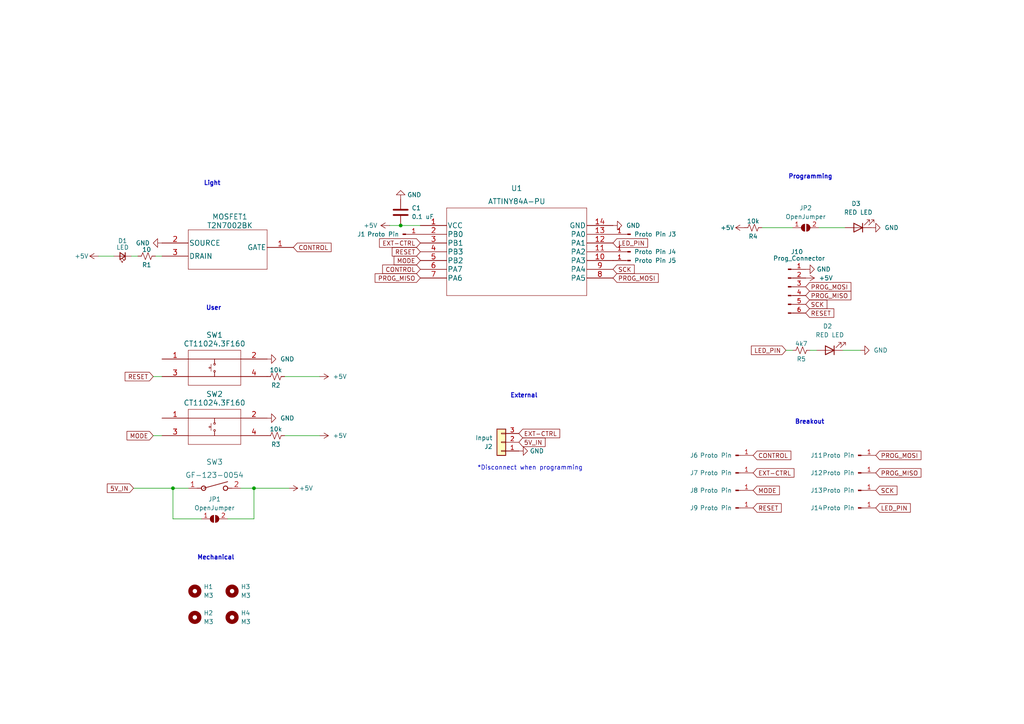
<source format=kicad_sch>
(kicad_sch (version 20211123) (generator eeschema)
  (paper "A4")
  (title_block (title "Drone Lights") (rev "A") (company "Designer: Sonia Wong"))
  (lib_symbols
    (symbol "ATTINY84A-PU:ATTINY84A-PU" (pin_names (offset 0.254))
      (property "Reference" "U" (at 27.94 10.16 0))
      (property "Value" "ATTINY84A-PU" (at 27.94 7.62 0))
      (symbol "ATTINY84A-PU_1_1"
        (polyline (pts (xy 7.62 -20.32) (xy 48.26 -20.32)) (stroke (width 0.127)))
        (polyline (pts (xy 7.62 5.08) (xy 7.62 -20.32)) (stroke (width 0.127)))
        (polyline (pts (xy 48.26 -20.32) (xy 48.26 5.08)) (stroke (width 0.127)))
        (polyline (pts (xy 48.26 5.08) (xy 7.62 5.08)) (stroke (width 0.127)))
        (pin power_in line (at 0 0 0) (length 7.62) (name "VCC") (number "1"))
        (pin bidirectional line (at 55.88 -10.16 180) (length 7.62) (name "PA3") (number "10"))
        (pin bidirectional line (at 55.88 -7.62 180) (length 7.62) (name "PA2") (number "11"))
        (pin bidirectional line (at 55.88 -5.08 180) (length 7.62) (name "PA1") (number "12"))
        (pin bidirectional line (at 55.88 -2.54 180) (length 7.62) (name "PA0") (number "13"))
        (pin power_in line (at 55.88 0 180) (length 7.62) (name "GND") (number "14"))
        (pin bidirectional line (at 0 -2.54 0) (length 7.62) (name "PB0") (number "2"))
        (pin bidirectional line (at 0 -5.08 0) (length 7.62) (name "PB1") (number "3"))
        (pin bidirectional line (at 0 -7.62 0) (length 7.62) (name "PB3") (number "4"))
        (pin bidirectional line (at 0 -10.16 0) (length 7.62) (name "PB2") (number "5"))
        (pin bidirectional line (at 0 -12.7 0) (length 7.62) (name "PA7") (number "6"))
        (pin bidirectional line (at 0 -15.24 0) (length 7.62) (name "PA6") (number "7"))
        (pin bidirectional line (at 55.88 -15.24 180) (length 7.62) (name "PA5") (number "8"))
        (pin bidirectional line (at 55.88 -12.7 180) (length 7.62) (name "PA4") (number "9"))
      )
    )
    (symbol "Connector:Conn_01x01_Male" (pin_names (offset 1.016) hide)
      (property "Reference" "J" (at 0 2.54 0))
      (property "Value" "Conn_01x01_Male" (at 0 -2.54 0))
      (symbol "Conn_01x01_Male_1_1"
        (polyline (pts (xy 1.27 0) (xy 0.8636 0)) (stroke (width 0.1524)))
        (rectangle (start 0.8636 0.127) (end 0 -0.127) (stroke (width 0.1524)) (fill (type outline)))
        (pin passive line (at 5.08 0 180) (length 3.81) (name "Pin_1") (number "1"))
      )
    )
    (symbol "Connector:Conn_01x06_Male" (pin_names (offset 1.016) hide)
      (property "Reference" "J" (at 0 7.62 0))
      (property "Value" "Conn_01x06_Male" (at 0 -10.16 0))
      (symbol "Conn_01x06_Male_1_1"
        (polyline (pts (xy 1.27 -7.62) (xy 0.8636 -7.62)) (stroke (width 0.1524)))
        (polyline (pts (xy 1.27 -5.08) (xy 0.8636 -5.08)) (stroke (width 0.1524)))
        (polyline (pts (xy 1.27 -2.54) (xy 0.8636 -2.54)) (stroke (width 0.1524)))
        (polyline (pts (xy 1.27 0) (xy 0.8636 0)) (stroke (width 0.1524)))
        (polyline (pts (xy 1.27 2.54) (xy 0.8636 2.54)) (stroke (width 0.1524)))
        (polyline (pts (xy 1.27 5.08) (xy 0.8636 5.08)) (stroke (width 0.1524)))
        (rectangle (start 0.8636 -7.493) (end 0 -7.747) (stroke (width 0.1524)) (fill (type outline)))
        (rectangle (start 0.8636 -4.953) (end 0 -5.207) (stroke (width 0.1524)) (fill (type outline)))
        (rectangle (start 0.8636 -2.413) (end 0 -2.667) (stroke (width 0.1524)) (fill (type outline)))
        (rectangle (start 0.8636 0.127) (end 0 -0.127) (stroke (width 0.1524)) (fill (type outline)))
        (rectangle (start 0.8636 2.667) (end 0 2.413) (stroke (width 0.1524)) (fill (type outline)))
        (rectangle (start 0.8636 5.207) (end 0 4.953) (stroke (width 0.1524)) (fill (type outline)))
        (pin passive line (at 5.08 5.08 180) (length 3.81) (name "Pin_1") (number "1"))
        (pin passive line (at 5.08 2.54 180) (length 3.81) (name "Pin_2") (number "2"))
        (pin passive line (at 5.08 0 180) (length 3.81) (name "Pin_3") (number "3"))
        (pin passive line (at 5.08 -2.54 180) (length 3.81) (name "Pin_4") (number "4"))
        (pin passive line (at 5.08 -5.08 180) (length 3.81) (name "Pin_5") (number "5"))
        (pin passive line (at 5.08 -7.62 180) (length 3.81) (name "Pin_6") (number "6"))
      )
    )
    (symbol "Connector_Generic:Conn_01x03" (pin_names (offset 1.016) hide)
      (property "Reference" "J" (at 0 5.08 0))
      (property "Value" "Conn_01x03" (at 0 -5.08 0))
      (symbol "Conn_01x03_1_1"
        (rectangle (start -1.27 -2.413) (end 0 -2.667) (stroke (width 0.1524)))
        (rectangle (start -1.27 0.127) (end 0 -0.127) (stroke (width 0.1524)))
        (rectangle (start -1.27 2.667) (end 0 2.413) (stroke (width 0.1524)))
        (rectangle (start -1.27 3.81) (end 1.27 -3.81) (stroke (width 0.254)) (fill (type background)))
        (pin passive line (at -5.08 2.54 0) (length 3.81) (name "Pin_1") (number "1"))
        (pin passive line (at -5.08 0 0) (length 3.81) (name "Pin_2") (number "2"))
        (pin passive line (at -5.08 -2.54 0) (length 3.81) (name "Pin_3") (number "3"))
      )
    )
    (symbol "Device:C" (pin_numbers hide) (pin_names (offset 0.254))
      (property "Reference" "C" (at 0.635 2.54 0))
      (property "Value" "C" (at 0.635 -2.54 0))
      (symbol "C_0_1"
        (polyline (pts (xy -2.032 -0.762) (xy 2.032 -0.762)) (stroke (width 0.508)))
        (polyline (pts (xy -2.032 0.762) (xy 2.032 0.762)) (stroke (width 0.508)))
      )
      (symbol "C_1_1"
        (pin passive line (at 0 3.81 270) (length 2.794) (name "~") (number "1"))
        (pin passive line (at 0 -3.81 90) (length 2.794) (name "~") (number "2"))
      )
    )
    (symbol "Device:LED" (pin_numbers hide) (pin_names (offset 1.016) hide)
      (property "Reference" "D" (at 0 2.54 0))
      (property "Value" "LED" (at 0 -2.54 0))
      (symbol "LED_0_1"
        (polyline (pts (xy -1.27 -1.27) (xy -1.27 1.27)) (stroke (width 0.254)))
        (polyline (pts (xy -1.27 0) (xy 1.27 0)))
        (polyline (pts (xy 1.27 -1.27) (xy 1.27 1.27) (xy -1.27 0) (xy 1.27 -1.27)) (stroke (width 0.254)))
        (polyline (pts (xy -3.048 -0.762) (xy -4.572 -2.286) (xy -3.81 -2.286) (xy -4.572 -2.286) (xy -4.572 -1.524)))
        (polyline (pts (xy -1.778 -0.762) (xy -3.302 -2.286) (xy -2.54 -2.286) (xy -3.302 -2.286) (xy -3.302 -1.524)))
      )
      (symbol "LED_1_1"
        (pin passive line (at -3.81 0 0) (length 2.54) (name "K") (number "1"))
        (pin passive line (at 3.81 0 180) (length 2.54) (name "A") (number "2"))
      )
    )
    (symbol "Device:LED_Small" (pin_numbers hide) (pin_names (offset 0.254) hide)
      (property "Reference" "D" (at -1.27 3.175 0))
      (property "Value" "LED_Small" (at -4.445 -2.54 0))
      (symbol "LED_Small_0_1"
        (polyline (pts (xy -0.762 -1.016) (xy -0.762 1.016)) (stroke (width 0.254)))
        (polyline (pts (xy 1.016 0) (xy -0.762 0)))
        (polyline (pts (xy 0.762 -1.016) (xy -0.762 0) (xy 0.762 1.016) (xy 0.762 -1.016)) (stroke (width 0.254)))
        (polyline (pts (xy 0 0.762) (xy -0.508 1.27) (xy -0.254 1.27) (xy -0.508 1.27) (xy -0.508 1.016)))
        (polyline (pts (xy 0.508 1.27) (xy 0 1.778) (xy 0.254 1.778) (xy 0 1.778) (xy 0 1.524)))
      )
      (symbol "LED_Small_1_1"
        (pin passive line (at -2.54 0 0) (length 1.778) (name "K") (number "1"))
        (pin passive line (at 2.54 0 180) (length 1.778) (name "A") (number "2"))
      )
    )
    (symbol "Device:R_Small_US" (pin_numbers hide) (pin_names (offset 0.254) hide)
      (property "Reference" "R" (at 0.762 0.508 0))
      (property "Value" "R_Small_US" (at 0.762 -1.016 0))
      (symbol "R_Small_US_1_1"
        (polyline (pts (xy 0 0) (xy 1.016 -0.381) (xy 0 -0.762) (xy -1.016 -1.143) (xy 0 -1.524)))
        (polyline (pts (xy 0 1.524) (xy 1.016 1.143) (xy 0 0.762) (xy -1.016 0.381) (xy 0 0)))
        (pin passive line (at 0 2.54 270) (length 1.016) (name "~") (number "1"))
        (pin passive line (at 0 -2.54 90) (length 1.016) (name "~") (number "2"))
      )
    )
    (symbol "GF-123-0054 Switch:GF-123-0054" (pin_names (offset -1.905) hide)
      (property "Reference" "SW" (at 0 3.81 0))
      (property "Value" "GF-123-0054" (at 0 -3.175 0))
      (symbol "GF-123-0054_1_1"
        (circle (center -3.175 0) (radius 0.635) (stroke (width 0.254)))
        (polyline (pts (xy -5.08 0) (xy -3.81 0)) (stroke (width 0.2032)))
        (polyline (pts (xy -3.175 0) (xy 3.81 1.905)) (stroke (width 0.2032)))
        (polyline (pts (xy 5.08 0) (xy 3.81 0)) (stroke (width 0.2032)))
        (circle (center 3.175 0) (radius 0.635) (stroke (width 0.254)))
        (pin unspecified line (at -7.62 0 0) (length 2.54) (name "1") (number "1"))
        (pin unspecified line (at 7.62 0 180) (length 2.54) (name "2") (number "2"))
      )
    )
    (symbol "Jumper:SolderJumper_2_Open" (pin_names (offset 0) hide)
      (property "Reference" "JP" (at 0 2.032 0))
      (property "Value" "SolderJumper_2_Open" (at 0 -2.54 0))
      (symbol "SolderJumper_2_Open_0_1"
        (arc (start -0.254 1.016) (mid -1.27 0) (end -0.254 -1.016))
        (arc (start -0.254 1.016) (mid -1.27 0) (end -0.254 -1.016) (fill (type outline)))
        (polyline (pts (xy -0.254 1.016) (xy -0.254 -1.016)))
        (polyline (pts (xy 0.254 1.016) (xy 0.254 -1.016)))
        (arc (start 0.254 -1.016) (mid 1.27 0) (end 0.254 1.016))
        (arc (start 0.254 -1.016) (mid 1.27 0) (end 0.254 1.016) (fill (type outline)))
      )
      (symbol "SolderJumper_2_Open_1_1"
        (pin passive line (at -3.81 0 0) (length 2.54) (name "A") (number "1"))
        (pin passive line (at 3.81 0 180) (length 2.54) (name "B") (number "2"))
      )
    )
    (symbol "Mechanical:MountingHole" (pin_names (offset 1.016))
      (property "Reference" "H" (at 0 5.08 0))
      (property "Value" "MountingHole" (at 0 3.175 0))
      (symbol "MountingHole_0_1"
        (circle (center 0 0) (radius 1.27) (stroke (width 1.27)))
      )
    )
    (symbol "Mosfet:T2N7002BK" (pin_names (offset 0.254))
      (property "Reference" "MOSFET" (at 20.32 6.35 0))
      (property "Value" "T2N7002BK" (at 20.32 3.81 0))
      (symbol "T2N7002BK_1_1"
        (polyline (pts (xy 7.62 -8.89) (xy 30.48 -8.89)) (stroke (width 0.127)))
        (polyline (pts (xy 7.62 2.54) (xy 7.62 -8.89)) (stroke (width 0.127)))
        (polyline (pts (xy 30.48 -8.89) (xy 30.48 2.54)) (stroke (width 0.127)))
        (polyline (pts (xy 30.48 2.54) (xy 7.62 2.54)) (stroke (width 0.127)))
        (pin unspecified line (at 38.1 -2.54 180) (length 7.62) (name "GATE") (number "1"))
        (pin unspecified line (at 0 -1.27 0) (length 7.62) (name "SOURCE") (number "2"))
        (pin unspecified line (at 0 -5.08 0) (length 7.62) (name "DRAIN") (number "3"))
      )
    )
    (symbol "Through Hole Tactile Switch:CT11024.3F160" (pin_names (offset 0) hide)
      (property "Reference" "SW" (at 15.748 7.62 0))
      (property "Value" "CT11024.3F160" (at 15.748 5.08 0))
      (symbol "CT11024.3F160_1_1"
        (polyline (pts (xy 7.62 -7.62) (xy 22.86 -7.62)) (stroke (width 0.127)))
        (polyline (pts (xy 7.62 -5.08) (xy 22.86 -5.08)) (stroke (width 0.127)))
        (polyline (pts (xy 7.62 -5.08) (xy 22.86 -5.08)) (stroke (width 0.127)))
        (polyline (pts (xy 7.62 0) (xy 22.86 0)) (stroke (width 0.127)))
        (polyline (pts (xy 7.62 0) (xy 22.86 0)) (stroke (width 0.127)))
        (polyline (pts (xy 7.62 2.54) (xy 7.62 -7.62)) (stroke (width 0.127)))
        (polyline (pts (xy 14.224 -2.54) (xy 13.462 -2.54)) (stroke (width 0.127)))
        (polyline (pts (xy 14.224 -1.524) (xy 14.224 -3.556)) (stroke (width 0.127)))
        (polyline (pts (xy 15.24 -5.08) (xy 15.24 -3.81)) (stroke (width 0.127)))
        (polyline (pts (xy 15.24 -5.08) (xy 15.24 -3.81)) (stroke (width 0.127)))
        (polyline (pts (xy 15.24 0) (xy 15.24 -1.27)) (stroke (width 0.127)))
        (polyline (pts (xy 15.24 0) (xy 15.24 -1.27)) (stroke (width 0.127)))
        (polyline (pts (xy 22.86 -7.62) (xy 22.86 2.54)) (stroke (width 0.127)))
        (polyline (pts (xy 22.86 2.54) (xy 7.62 2.54)) (stroke (width 0.127)))
        (arc (start 13.716 -2.794) (mid 13.97 -2.54) (end 13.716 -2.286) (stroke (width 0.127)))
        (arc (start 15.24 -3.81) (mid 15.24 -3.302) (end 15.24 -3.81) (stroke (width 0.127)))
        (arc (start 15.24 -3.81) (mid 15.24 -3.302) (end 15.24 -3.81) (stroke (width 0.127)))
        (circle (center 15.24 -3.556) (radius 0.254) (stroke (width 0.127)))
        (circle (center 15.24 -3.556) (radius 0.254) (stroke (width 0.127)))
        (circle (center 15.24 -1.524) (radius 0.254) (stroke (width 0.127)))
        (circle (center 15.24 -1.524) (radius 0.254) (stroke (width 0.127)))
        (arc (start 15.24 -1.27) (mid 15.24 -1.778) (end 15.24 -1.27) (stroke (width 0.127)))
        (arc (start 15.24 -1.27) (mid 15.24 -1.778) (end 15.24 -1.27) (stroke (width 0.127)))
        (pin unspecified line (at 0 0 0) (length 7.62) (name "1") (number "1"))
        (pin unspecified line (at 30.48 0 180) (length 7.62) (name "2") (number "2"))
        (pin unspecified line (at 0 -5.08 0) (length 7.62) (name "3") (number "3"))
        (pin unspecified line (at 30.48 -5.08 180) (length 7.62) (name "4") (number "4"))
      )
    )
    (symbol "power:+5V" (power) (pin_names (offset 0))
      (property "Value" "+5V" (at 0 3.556 0))
      (symbol "+5V_0_1"
        (polyline (pts (xy -0.762 1.27) (xy 0 2.54)))
        (polyline (pts (xy 0 0) (xy 0 2.54)))
        (polyline (pts (xy 0 2.54) (xy 0.762 1.27)))
      )
      (symbol "+5V_1_1"
        (pin power_in line (at 0 0 90) (length 0) hide (name "+5V") (number "1"))
      )
    )
    (symbol "power:GND" (power) (pin_names (offset 0))
      (property "Value" "GND" (at 0 -3.81 0))
      (symbol "GND_0_1"
        (polyline (pts (xy 0 0) (xy 0 -1.27) (xy 1.27 -1.27) (xy 0 -2.54) (xy -1.27 -1.27) (xy 0 -1.27)))
      )
      (symbol "GND_1_1"
        (pin power_in line (at 0 0 270) (length 0) hide (name "GND") (number "1"))
      )
    )
  )
  (junction (at 50.165 141.605))
  (junction (at 73.66 141.605))
  (junction (at 116.205 65.405))
  (wire (pts (xy 116.205 65.405) (xy 121.92 65.405)))
  (wire (pts (xy 50.165 150.495) (xy 58.42 150.495)))
  (wire (pts (xy 227.965 101.6) (xy 229.87 101.6)))
  (wire (pts (xy 45.085 74.295) (xy 46.99 74.295)))
  (wire (pts (xy 38.735 141.605) (xy 50.165 141.605)))
  (wire (pts (xy 73.66 141.605) (xy 83.82 141.605)))
  (wire (pts (xy 245.11 66.04) (xy 237.49 66.04)))
  (wire (pts (xy 44.45 109.22) (xy 46.99 109.22)))
  (wire (pts (xy 113.03 65.405) (xy 116.205 65.405)))
  (wire (pts (xy 73.66 150.495) (xy 73.66 141.605)))
  (wire (pts (xy 82.55 126.365) (xy 92.71 126.365)))
  (wire (pts (xy 66.04 150.495) (xy 73.66 150.495)))
  (wire (pts (xy 28.575 74.295) (xy 33.02 74.295)))
  (wire (pts (xy 220.98 66.04) (xy 229.87 66.04)))
  (wire (pts (xy 69.85 141.605) (xy 73.66 141.605)))
  (wire (pts (xy 50.165 141.605) (xy 50.165 150.495)))
  (wire (pts (xy 44.45 126.365) (xy 46.99 126.365)))
  (wire (pts (xy 82.55 109.22) (xy 92.71 109.22)))
  (wire (pts (xy 50.165 141.605) (xy 54.61 141.605)))
  (wire (pts (xy 249.555 101.6) (xy 244.475 101.6)))
  (wire (pts (xy 236.855 101.6) (xy 234.95 101.6)))
  (wire (pts (xy 38.1 74.295) (xy 40.005 74.295)))
  (text "Programming" (at 228.6 52.07 0) (effects (font (size 1.27 1.27) (thickness 0.254) bold) (justify left bottom)))
  (text "User" (at 59.69 90.17 0) (effects (font (size 1.27 1.27) (thickness 0.254) bold) (justify left bottom)))
  (text "External" (at 147.955 115.57 0) (effects (font (size 1.27 1.27) (thickness 0.254) bold) (justify left bottom)))
  (text "Light" (at 59.055 53.975 0) (effects (font (size 1.27 1.27) (thickness 0.254) bold) (justify left bottom)))
  (text "*Disconnect when programming" (at 138.43 136.525 0) (effects (font (size 1.27 1.27)) (justify left bottom)))
  (text "Mechanical" (at 57.15 162.56 0) (effects (font (size 1.27 1.27) (thickness 0.254) bold) (justify left bottom)))
  (text "Breakout" (at 230.505 123.19 0) (effects (font (size 1.27 1.27) (thickness 0.254) bold) (justify left bottom)))
  (global_label "MODE" (shape input) (at 218.44 142.24 0) (property "Intersheet References" "${INTERSHEET_REFS}" (effects hide)))
  (global_label "RESET" (shape input) (at 121.92 73.025 180) (property "Intersheet References" "${INTERSHEET_REFS}" (effects hide)))
  (global_label "RESET" (shape input) (at 218.44 147.32 0) (property "Intersheet References" "${INTERSHEET_REFS}" (effects hide)))
  (global_label "RESET" (shape input) (at 233.68 90.805 0) (property "Intersheet References" "${INTERSHEET_REFS}" (effects hide)))
  (global_label "PROG_MOSI" (shape input) (at 177.8 80.645 0) (property "Intersheet References" "${INTERSHEET_REFS}" (effects hide)))
  (global_label "MODE" (shape input) (at 44.45 126.365 180) (property "Intersheet References" "${INTERSHEET_REFS}" (effects hide)))
  (global_label "PROG_MISO" (shape input) (at 121.92 80.645 180) (property "Intersheet References" "${INTERSHEET_REFS}" (effects hide)))
  (global_label "PROG_MOSI" (shape input) (at 233.68 83.185 0) (property "Intersheet References" "${INTERSHEET_REFS}" (effects hide)))
  (global_label "SCK" (shape input) (at 233.68 88.265 0) (property "Intersheet References" "${INTERSHEET_REFS}" (effects hide)))
  (global_label "5V_IN" (shape input) (at 150.495 128.27 0) (property "Intersheet References" "${INTERSHEET_REFS}" (effects hide)))
  (global_label "EXT-CTRL" (shape input) (at 121.92 70.485 180) (property "Intersheet References" "${INTERSHEET_REFS}" (effects hide)))
  (global_label "PROG_MOSI" (shape input) (at 254 132.08 0) (property "Intersheet References" "${INTERSHEET_REFS}" (effects hide)))
  (global_label "SCK" (shape input) (at 177.8 78.105 0) (property "Intersheet References" "${INTERSHEET_REFS}" (effects hide)))
  (global_label "MODE" (shape input) (at 121.92 75.565 180) (property "Intersheet References" "${INTERSHEET_REFS}" (effects hide)))
  (global_label "EXT-CTRL" (shape input) (at 150.495 125.73 0) (property "Intersheet References" "${INTERSHEET_REFS}" (effects hide)))
  (global_label "PROG_MISO" (shape input) (at 233.68 85.725 0) (property "Intersheet References" "${INTERSHEET_REFS}" (effects hide)))
  (global_label "EXT-CTRL" (shape input) (at 218.44 137.16 0) (property "Intersheet References" "${INTERSHEET_REFS}" (effects hide)))
  (global_label "5V_IN" (shape input) (at 38.735 141.605 180) (property "Intersheet References" "${INTERSHEET_REFS}" (effects hide)))
  (global_label "CONTROL" (shape input) (at 218.44 132.08 0) (property "Intersheet References" "${INTERSHEET_REFS}" (effects hide)))
  (global_label "LED_PIN" (shape input) (at 227.965 101.6 180) (property "Intersheet References" "${INTERSHEET_REFS}" (effects hide)))
  (global_label "LED_PIN" (shape input) (at 254 147.32 0) (property "Intersheet References" "${INTERSHEET_REFS}" (effects hide)))
  (global_label "LED_PIN" (shape input) (at 177.8 70.485 0) (property "Intersheet References" "${INTERSHEET_REFS}" (effects hide)))
  (global_label "PROG_MISO" (shape input) (at 254 137.16 0) (property "Intersheet References" "${INTERSHEET_REFS}" (effects hide)))
  (global_label "CONTROL" (shape input) (at 121.92 78.105 180) (property "Intersheet References" "${INTERSHEET_REFS}" (effects hide)))
  (global_label "RESET" (shape input) (at 44.45 109.22 180) (property "Intersheet References" "${INTERSHEET_REFS}" (effects hide)))
  (global_label "CONTROL" (shape input) (at 85.09 71.755 0) (property "Intersheet References" "${INTERSHEET_REFS}" (effects hide)))
  (global_label "SCK" (shape input) (at 254 142.24 0) (property "Intersheet References" "${INTERSHEET_REFS}" (effects hide)))
  (symbol (lib_id "Connector:Conn_01x01_Male") (at 248.92 142.24 0) (unit 1)
    (property "Reference" "J13" (at 236.855 142.24 0))
    (property "Value" "Proto Pin" (at 243.205 142.24 0))
    (property "Footprint" "Connector_Pin:Pin_D1.0mm_L10.0mm" (effects hide))
  )
  (symbol (lib_id "Mechanical:MountingHole") (at 67.31 171.45 0) (unit 1)
    (property "Reference" "H3" (at 69.85 170.1799 0) (effects (justify left)))
    (property "Value" "M3" (at 69.85 172.7199 0) (effects (justify left)))
    (property "Footprint" "MountingHole:MountingHole_3.2mm_M3" (effects hide))
  )
  (symbol (lib_id "Connector:Conn_01x01_Male") (at 248.92 132.08 0) (unit 1)
    (property "Reference" "J11" (at 236.855 132.08 0))
    (property "Value" "Proto Pin" (at 243.205 132.08 0))
    (property "Footprint" "Connector_Pin:Pin_D1.0mm_L10.0mm" (effects hide))
  )
  (symbol (lib_id "Connector:Conn_01x01_Male") (at 116.84 67.945 0) (unit 1)
    (property "Reference" "J1" (at 104.775 67.945 0))
    (property "Value" "Proto Pin" (at 111.125 67.945 0))
    (property "Footprint" "Connector_Pin:Pin_D1.0mm_L10.0mm" (effects hide))
  )
  (symbol (lib_id "Device:LED_Small") (at 35.56 74.295 180) (unit 1)
    (property "Reference" "D1" (at 35.56 69.85 0))
    (property "Value" "LED" (at 35.56 71.755 0))
    (property "Footprint" "XLAMP:XLAMP_LED_XPE2" (effects hide))
  )
  (symbol (lib_id "power:GND") (at 116.205 57.785 180) (unit 1)
    (property "Reference" "#PWR09" (effects hide))
    (property "Value" "GND" (at 118.11 56.5149 0) (effects (justify right)))
  )
  (symbol (lib_id "Connector:Conn_01x01_Male") (at 213.36 142.24 0) (unit 1)
    (property "Reference" "J8" (at 201.295 142.24 0))
    (property "Value" "Proto Pin" (at 207.645 142.24 0))
    (property "Footprint" "Connector_Pin:Pin_D1.0mm_L10.0mm" (effects hide))
  )
  (symbol (lib_id "Connector:Conn_01x06_Male") (at 228.6 83.185 0) (unit 1)
    (property "Reference" "J10" (at 231.14 73.025 0))
    (property "Value" "Prog_Connector" (at 231.775 74.93 0))
    (property "Footprint" "Connector_PinHeader_2.54mm:PinHeader_1x06_P2.54mm_Vertical" (effects hide))
  )
  (symbol (lib_id "power:GND") (at 46.99 70.485 270) (unit 1)
    (property "Reference" "#PWR02" (effects hide))
    (property "Value" "GND" (at 39.37 70.485 90) (effects (justify left)))
  )
  (symbol (lib_id "power:GND") (at 252.73 66.04 90) (unit 1)
    (property "Reference" "#PWR016" (effects hide))
    (property "Value" "GND" (at 256.54 66.0399 90) (effects (justify right)))
  )
  (symbol (lib_id "Mosfet:T2N7002BK") (at 46.99 69.215 0) (unit 1)
    (property "Reference" "MOSFET1" (at 66.675 62.865 0) (effects (font (size 1.524 1.524))))
    (property "Value" "T2N7002BK" (at 66.675 65.405 0) (effects (font (size 1.524 1.524))))
    (property "Footprint" "T2N7002BK:T2N7002BK" (effects hide))
  )
  (symbol (lib_id "Device:R_Small_US") (at 42.545 74.295 90) (unit 1)
    (property "Reference" "R1" (at 42.545 76.835 90))
    (property "Value" "10" (at 42.545 72.39 90))
    (property "Footprint" "Resistor_SMD:R_0603_1608Metric_Pad0.98x0.95mm_HandSolder" (effects hide))
  )
  (symbol (lib_id "Mechanical:MountingHole") (at 56.515 171.45 0) (unit 1)
    (property "Reference" "H1" (at 59.055 170.1799 0) (effects (justify left)))
    (property "Value" "M3" (at 59.055 172.7199 0) (effects (justify left)))
    (property "Footprint" "MountingHole:MountingHole_3.2mm_M3" (effects hide))
  )
  (symbol (lib_id "Connector:Conn_01x01_Male") (at 213.36 132.08 0) (unit 1)
    (property "Reference" "J6" (at 201.295 132.08 0))
    (property "Value" "Proto Pin" (at 207.645 132.08 0))
    (property "Footprint" "Connector_Pin:Pin_D1.0mm_L10.0mm" (effects hide))
  )
  (symbol (lib_id "Mechanical:MountingHole") (at 67.31 179.07 0) (unit 1)
    (property "Reference" "H4" (at 69.85 177.7999 0) (effects (justify left)))
    (property "Value" "M3" (at 69.85 180.3399 0) (effects (justify left)))
    (property "Footprint" "MountingHole:MountingHole_3.2mm_M3" (effects hide))
  )
  (symbol (lib_id "Connector:Conn_01x01_Male") (at 182.88 73.025 180) (unit 1)
    (property "Reference" "J4" (at 194.945 73.025 0))
    (property "Value" "Proto Pin" (at 188.595 73.025 0))
    (property "Footprint" "Connector_Pin:Pin_D1.0mm_L10.0mm" (effects hide))
  )
  (symbol (lib_id "power:GND") (at 77.47 121.285 90) (unit 1)
    (property "Reference" "#PWR04" (effects hide))
    (property "Value" "GND" (at 81.28 121.2849 90) (effects (justify right)))
  )
  (symbol (lib_id "power:+5V") (at 83.82 141.605 270) (unit 1)
    (property "Reference" "#PWR05" (effects hide))
    (property "Value" "+5V" (at 90.805 141.605 90) (effects (justify right)))
  )
  (symbol (lib_id "power:+5V") (at 233.68 80.645 270) (unit 1)
    (property "Reference" "#PWR014" (effects hide))
    (property "Value" "+5V" (at 237.49 80.6449 90) (effects (justify left)))
  )
  (symbol (lib_id "power:+5V") (at 28.575 74.295 90) (unit 1)
    (property "Reference" "#PWR01" (effects hide))
    (property "Value" "+5V" (at 21.59 74.295 90) (effects (justify right)))
  )
  (symbol (lib_id "power:GND") (at 233.68 78.105 90) (unit 1)
    (property "Reference" "#PWR013" (effects hide))
    (property "Value" "GND" (at 236.855 78.1049 90) (effects (justify right)))
  )
  (symbol (lib_id "Device:R_Small_US") (at 218.44 66.04 90) (unit 1)
    (property "Reference" "R4" (at 218.44 68.58 90))
    (property "Value" "10k" (at 218.44 64.135 90))
    (property "Footprint" "Resistor_SMD:R_0603_1608Metric_Pad0.98x0.95mm_HandSolder" (effects hide))
  )
  (symbol (lib_id "power:GND") (at 177.8 65.405 90) (unit 1)
    (property "Reference" "#PWR011" (effects hide))
    (property "Value" "GND" (at 181.61 65.4049 90) (effects (justify right)))
  )
  (symbol (lib_id "Jumper:SolderJumper_2_Open") (at 233.68 66.04 0) (unit 1)
    (property "Reference" "JP2" (at 233.68 60.325 0))
    (property "Value" "OpenJumper" (at 233.68 62.865 0))
    (property "Footprint" "Jumper:SolderJumper-2_P1.3mm_Open_RoundedPad1.0x1.5mm" (effects hide))
  )
  (symbol (lib_id "Connector:Conn_01x01_Male") (at 182.88 75.565 180) (unit 1)
    (property "Reference" "J5" (at 194.945 75.565 0))
    (property "Value" "Proto Pin" (at 188.595 75.565 0))
    (property "Footprint" "Connector_Pin:Pin_D1.0mm_L10.0mm" (effects hide))
  )
  (symbol (lib_id "Connector:Conn_01x01_Male") (at 213.36 147.32 0) (unit 1)
    (property "Reference" "J9" (at 201.295 147.32 0))
    (property "Value" "Proto Pin" (at 207.645 147.32 0))
    (property "Footprint" "Connector_Pin:Pin_D1.0mm_L10.0mm" (effects hide))
  )
  (symbol (lib_id "Connector:Conn_01x01_Male") (at 213.36 137.16 0) (unit 1)
    (property "Reference" "J7" (at 201.295 137.16 0))
    (property "Value" "Proto Pin" (at 207.645 137.16 0))
    (property "Footprint" "Connector_Pin:Pin_D1.0mm_L10.0mm" (effects hide))
  )
  (symbol (lib_id "Connector:Conn_01x01_Male") (at 182.88 67.945 180) (unit 1)
    (property "Reference" "J3" (at 194.945 67.945 0))
    (property "Value" "Proto Pin" (at 188.595 67.945 0))
    (property "Footprint" "Connector_Pin:Pin_D1.0mm_L10.0mm" (effects hide))
  )
  (symbol (lib_id "Jumper:SolderJumper_2_Open") (at 62.23 150.495 0) (unit 1)
    (property "Reference" "JP1" (at 62.23 144.78 0))
    (property "Value" "OpenJumper" (at 62.23 147.32 0))
    (property "Footprint" "Jumper:SolderJumper-2_P1.3mm_Open_RoundedPad1.0x1.5mm" (effects hide))
  )
  (symbol (lib_id "power:GND") (at 249.555 101.6 90) (unit 1)
    (property "Reference" "#PWR015" (effects hide))
    (property "Value" "GND" (at 253.365 101.5999 90) (effects (justify right)))
  )
  (symbol (lib_id "power:+5V") (at 113.03 65.405 90) (unit 1)
    (property "Reference" "#PWR08" (effects hide))
    (property "Value" "+5V" (at 105.41 65.405 90) (effects (justify right)))
  )
  (symbol (lib_id "Device:C") (at 116.205 61.595 180) (unit 1)
    (property "Reference" "C1" (at 119.38 60.3249 0) (effects (justify right)))
    (property "Value" "0.1 uF" (at 119.38 62.8649 0) (effects (justify right)))
    (property "Footprint" "Capacitor_SMD:C_0603_1608Metric_Pad1.08x0.95mm_HandSolder" (effects hide))
  )
  (symbol (lib_id "Through Hole Tactile Switch:CT11024.3F160") (at 46.99 121.285 0) (unit 1)
    (property "Reference" "SW2" (at 62.23 114.3 0) (effects (font (size 1.524 1.524))))
    (property "Value" "CT11024.3F160" (at 62.23 116.84 0) (effects (font (size 1.524 1.524))))
    (property "Footprint" "CT11024-3F160:CT11024.3F160" (effects hide))
  )
  (symbol (lib_id "Device:R_Small_US") (at 232.41 101.6 90) (unit 1)
    (property "Reference" "R5" (at 232.41 104.14 90))
    (property "Value" "4k7" (at 232.41 99.695 90))
    (property "Footprint" "Resistor_SMD:R_0603_1608Metric_Pad0.98x0.95mm_HandSolder" (effects hide))
  )
  (symbol (lib_id "Connector:Conn_01x01_Male") (at 248.92 137.16 0) (unit 1)
    (property "Reference" "J12" (at 236.855 137.16 0))
    (property "Value" "Proto Pin" (at 243.205 137.16 0))
    (property "Footprint" "Connector_Pin:Pin_D1.0mm_L10.0mm" (effects hide))
  )
  (symbol (lib_id "Device:LED") (at 248.92 66.04 180) (unit 1)
    (property "Reference" "D3" (at 248.285 59.055 0))
    (property "Value" "RED LED" (at 248.92 61.595 0))
    (property "Footprint" "Resistor_SMD:R_0603_1608Metric_Pad0.98x0.95mm_HandSolder" (effects hide))
    (property "Datasheet" "https://media.digikey.com/pdf/Data%20Sheets/Harvatek%20PDFs/B1911USD-20D000114U1930.pdf" (effects hide))
    (property "Description" "LED RED CLEAR 1608 SMD" (effects hide))
    (property "Digikey No." "3147-B1911USD-20D000114U1930CT-ND" (effects hide))
    (property "Manufacturer PN" "B1911USD-20D000114U1930" (effects hide))
  )
  (symbol (lib_id "power:+5V") (at 92.71 126.365 270) (unit 1)
    (property "Reference" "#PWR07" (effects hide))
    (property "Value" "+5V" (at 96.52 126.3649 90) (effects (justify left)))
  )
  (symbol (lib_id "Device:R_Small_US") (at 80.01 126.365 90) (unit 1)
    (property "Reference" "R3" (at 80.01 128.905 90))
    (property "Value" "10k" (at 80.01 124.46 90))
    (property "Footprint" "Resistor_SMD:R_0603_1608Metric_Pad0.98x0.95mm_HandSolder" (effects hide))
  )
  (symbol (lib_id "power:+5V") (at 215.9 66.04 90) (unit 1)
    (property "Reference" "#PWR012" (effects hide))
    (property "Value" "+5V" (at 208.915 66.04 90) (effects (justify right)))
  )
  (symbol (lib_id "power:+5V") (at 92.71 109.22 270) (unit 1)
    (property "Reference" "#PWR06" (effects hide))
    (property "Value" "+5V" (at 96.52 109.2199 90) (effects (justify left)))
  )
  (symbol (lib_id "Device:R_Small_US") (at 80.01 109.22 90) (unit 1)
    (property "Reference" "R2" (at 80.01 111.76 90))
    (property "Value" "10k" (at 80.01 107.315 90))
    (property "Footprint" "Resistor_SMD:R_0603_1608Metric_Pad0.98x0.95mm_HandSolder" (effects hide))
  )
  (symbol (lib_id "Mechanical:MountingHole") (at 56.515 179.07 0) (unit 1)
    (property "Reference" "H2" (at 59.055 177.7999 0) (effects (justify left)))
    (property "Value" "M3" (at 59.055 180.3399 0) (effects (justify left)))
    (property "Footprint" "MountingHole:MountingHole_3.2mm_M3" (effects hide))
  )
  (symbol (lib_id "GF-123-0054 Switch:GF-123-0054") (at 62.23 141.605 0) (unit 1)
    (property "Reference" "SW3" (at 62.23 133.985 0) (effects (font (size 1.524 1.524))))
    (property "Value" "GF-123-0054" (at 62.23 137.795 0) (effects (font (size 1.524 1.524))))
    (property "Footprint" "GF-123-0054 Switch:GF-123-0054" (effects hide))
  )
  (symbol (lib_id "Device:LED") (at 240.665 101.6 180) (unit 1)
    (property "Reference" "D2" (at 240.03 94.615 0))
    (property "Value" "RED LED" (at 240.665 97.155 0))
    (property "Footprint" "Resistor_SMD:R_0603_1608Metric_Pad0.98x0.95mm_HandSolder" (effects hide))
    (property "Datasheet" "https://media.digikey.com/pdf/Data%20Sheets/Harvatek%20PDFs/B1911USD-20D000114U1930.pdf" (effects hide))
    (property "Description" "LED RED CLEAR 1608 SMD" (effects hide))
    (property "Digikey No." "3147-B1911USD-20D000114U1930CT-ND" (effects hide))
    (property "Manufacturer PN" "B1911USD-20D000114U1930" (effects hide))
  )
  (symbol (lib_id "power:GND") (at 77.47 104.14 90) (unit 1)
    (property "Reference" "#PWR03" (effects hide))
    (property "Value" "GND" (at 81.28 104.1399 90) (effects (justify right)))
  )
  (symbol (lib_id "power:GND") (at 150.495 130.81 90) (unit 1)
    (property "Reference" "#PWR010" (effects hide))
    (property "Value" "GND" (at 153.67 130.8099 90) (effects (justify right)))
  )
  (symbol (lib_id "Through Hole Tactile Switch:CT11024.3F160") (at 46.99 104.14 0) (unit 1)
    (property "Reference" "SW1" (at 62.23 97.155 0) (effects (font (size 1.524 1.524))))
    (property "Value" "CT11024.3F160" (at 62.23 99.695 0) (effects (font (size 1.524 1.524))))
    (property "Footprint" "CT11024-3F160:CT11024.3F160" (effects hide))
  )
  (symbol (lib_id "ATTINY84A-PU:ATTINY84A-PU") (at 121.92 65.405 0) (unit 1)
    (property "Reference" "U1" (at 149.86 54.61 0) (effects (font (size 1.524 1.524))))
    (property "Value" "ATTINY84A-PU" (at 149.86 58.42 0) (effects (font (size 1.524 1.524))))
    (property "Footprint" "ATTINY84A-PU:ATTINY84A-PU" (effects hide))
  )
  (symbol (lib_id "Connector_Generic:Conn_01x03") (at 145.415 128.27 180) (unit 1)
    (property "Reference" "J2" (at 142.875 129.5401 0) (effects (justify left)))
    (property "Value" "Input" (at 142.875 127.0001 0) (effects (justify left)))
    (property "Footprint" "Connector_PinHeader_2.54mm:PinHeader_1x03_P2.54mm_Vertical" (effects hide))
  )
  (symbol (lib_id "Connector:Conn_01x01_Male") (at 248.92 147.32 0) (unit 1)
    (property "Reference" "J14" (at 236.855 147.32 0))
    (property "Value" "Proto Pin" (at 243.205 147.32 0))
    (property "Footprint" "Connector_Pin:Pin_D1.0mm_L10.0mm" (effects hide))
  )
)
</source>
